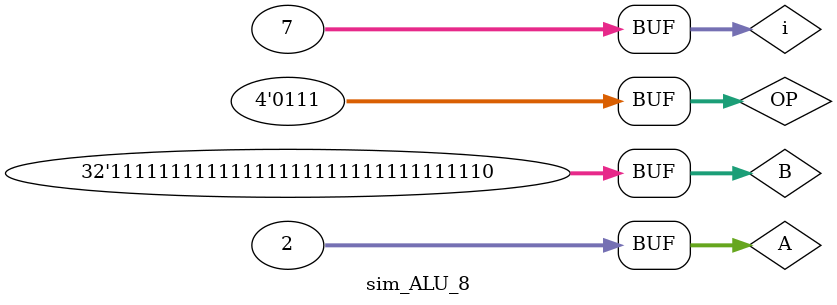
<source format=v>
`timescale 1ns / 1ps


module sim_ALU_8(

    );
    reg [3:0]OP;
    reg [31:0]A,B;
    wire C;
    wire [31:0] F;
    integer i;
    
    initial begin
        A=2;B=32'hFFFF_FFFE;OP=4'b0000;
        for (i=0;i<7;i=i+1) #25 OP=OP+1;
    end
    
    ALU_8 test(F,C,A,B,OP);
endmodule

</source>
